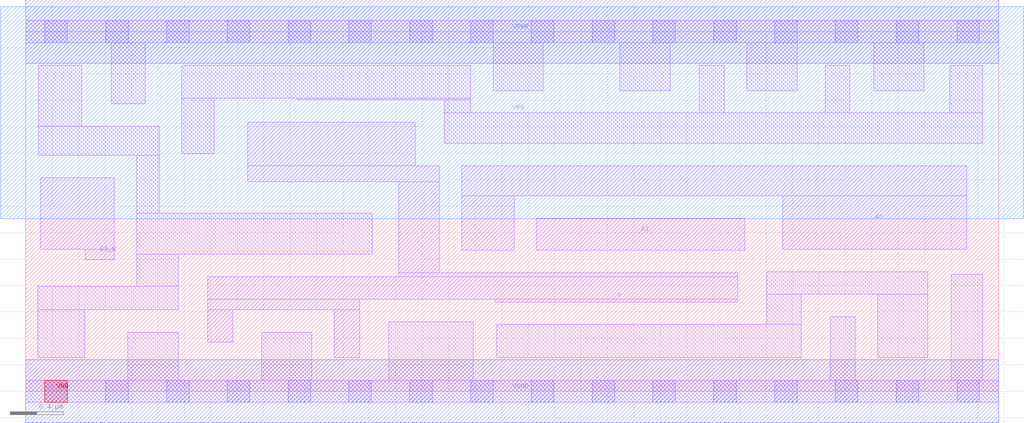
<source format=lef>
# Copyright 2020 The SkyWater PDK Authors
#
# Licensed under the Apache License, Version 2.0 (the "License");
# you may not use this file except in compliance with the License.
# You may obtain a copy of the License at
#
#     https://www.apache.org/licenses/LICENSE-2.0
#
# Unless required by applicable law or agreed to in writing, software
# distributed under the License is distributed on an "AS IS" BASIS,
# WITHOUT WARRANTIES OR CONDITIONS OF ANY KIND, either express or implied.
# See the License for the specific language governing permissions and
# limitations under the License.
#
# SPDX-License-Identifier: Apache-2.0

VERSION 5.7 ;
  NOWIREEXTENSIONATPIN ON ;
  DIVIDERCHAR "/" ;
  BUSBITCHARS "[]" ;
PROPERTYDEFINITIONS
  MACRO maskLayoutSubType STRING ;
  MACRO prCellType STRING ;
  MACRO originalViewName STRING ;
END PROPERTYDEFINITIONS
MACRO sky130_fd_sc_hdll__a21boi_4
  CLASS CORE ;
  FOREIGN sky130_fd_sc_hdll__a21boi_4 ;
  ORIGIN  0.000000  0.000000 ;
  SIZE  7.360000 BY  2.720000 ;
  SYMMETRY X Y R90 ;
  SITE unithd ;
  PIN A1
    ANTENNAGATEAREA  1.110000 ;
    DIRECTION INPUT ;
    USE SIGNAL ;
    PORT
      LAYER li1 ;
        RECT 3.865000 1.065000 5.440000 1.310000 ;
    END
  END A1
  PIN A2
    ANTENNAGATEAREA  1.110000 ;
    DIRECTION INPUT ;
    USE SIGNAL ;
    PORT
      LAYER li1 ;
        RECT 3.300000 1.065000 3.695000 1.480000 ;
        RECT 3.300000 1.480000 7.120000 1.705000 ;
        RECT 5.725000 1.075000 7.120000 1.480000 ;
    END
  END A2
  PIN B1_N
    ANTENNAGATEAREA  0.277500 ;
    DIRECTION INPUT ;
    USE SIGNAL ;
    PORT
      LAYER li1 ;
        RECT 0.115000 1.075000 0.670000 1.615000 ;
        RECT 0.450000 0.995000 0.670000 1.075000 ;
    END
  END B1_N
  PIN VGND
    ANTENNADIFFAREA  1.365000 ;
    DIRECTION INOUT ;
    USE SIGNAL ;
    PORT
      LAYER met1 ;
        RECT 0.000000 -0.240000 7.360000 0.240000 ;
    END
  END VGND
  PIN VPWR
    ANTENNADIFFAREA  1.465000 ;
    DIRECTION INOUT ;
    USE SIGNAL ;
    PORT
      LAYER met1 ;
        RECT 0.000000 2.480000 7.360000 2.960000 ;
    END
  END VPWR
  PIN Y
    ANTENNADIFFAREA  1.490500 ;
    DIRECTION OUTPUT ;
    USE SIGNAL ;
    PORT
      LAYER li1 ;
        RECT 1.375000 0.370000 1.565000 0.615000 ;
        RECT 1.375000 0.615000 2.525000 0.695000 ;
        RECT 1.375000 0.695000 5.385000 0.865000 ;
        RECT 1.680000 1.585000 3.130000 1.705000 ;
        RECT 1.680000 1.705000 2.945000 2.035000 ;
        RECT 2.335000 0.255000 2.525000 0.615000 ;
        RECT 2.820000 0.865000 5.385000 0.895000 ;
        RECT 2.820000 0.895000 3.130000 1.585000 ;
        RECT 3.555000 0.675000 5.385000 0.695000 ;
    END
  END Y
  PIN VNB
    DIRECTION INOUT ;
    USE GROUND ;
    PORT
      LAYER pwell ;
        RECT 0.145000 -0.085000 0.315000 0.085000 ;
    END
  END VNB
  PIN VPB
    DIRECTION INOUT ;
    USE POWER ;
    PORT
      LAYER nwell ;
        RECT -0.190000 1.305000 7.550000 2.910000 ;
    END
  END VPB
  OBS
    LAYER li1 ;
      RECT 0.000000 -0.085000 7.360000 0.085000 ;
      RECT 0.000000  2.635000 7.360000 2.805000 ;
      RECT 0.090000  0.255000 0.445000 0.615000 ;
      RECT 0.090000  0.615000 1.155000 0.795000 ;
      RECT 0.095000  1.785000 1.010000 2.005000 ;
      RECT 0.095000  2.005000 0.425000 2.465000 ;
      RECT 0.645000  2.175000 0.905000 2.635000 ;
      RECT 0.770000  0.085000 1.155000 0.445000 ;
      RECT 0.840000  0.795000 1.155000 1.035000 ;
      RECT 0.840000  1.035000 2.620000 1.345000 ;
      RECT 0.840000  1.345000 1.010000 1.785000 ;
      RECT 1.180000  1.795000 1.425000 2.215000 ;
      RECT 1.180000  2.215000 3.365000 2.465000 ;
      RECT 1.785000  0.085000 2.165000 0.445000 ;
      RECT 2.055000  2.205000 3.365000 2.215000 ;
      RECT 2.745000  0.085000 3.385000 0.525000 ;
      RECT 3.165000  1.875000 7.240000 2.105000 ;
      RECT 3.165000  2.105000 3.365000 2.205000 ;
      RECT 3.535000  2.275000 3.915000 2.635000 ;
      RECT 3.565000  0.255000 5.865000 0.505000 ;
      RECT 4.495000  2.275000 4.875000 2.635000 ;
      RECT 5.095000  2.105000 5.285000 2.465000 ;
      RECT 5.455000  2.275000 5.835000 2.635000 ;
      RECT 5.605000  0.505000 5.865000 0.735000 ;
      RECT 5.605000  0.735000 6.825000 0.905000 ;
      RECT 6.050000  2.105000 6.235000 2.465000 ;
      RECT 6.085000  0.085000 6.275000 0.565000 ;
      RECT 6.415000  2.275000 6.795000 2.635000 ;
      RECT 6.445000  0.255000 6.825000 0.735000 ;
      RECT 6.990000  2.105000 7.240000 2.465000 ;
      RECT 7.000000  0.085000 7.240000 0.885000 ;
    LAYER mcon ;
      RECT 0.145000 -0.085000 0.315000 0.085000 ;
      RECT 0.145000  2.635000 0.315000 2.805000 ;
      RECT 0.605000 -0.085000 0.775000 0.085000 ;
      RECT 0.605000  2.635000 0.775000 2.805000 ;
      RECT 1.065000 -0.085000 1.235000 0.085000 ;
      RECT 1.065000  2.635000 1.235000 2.805000 ;
      RECT 1.525000 -0.085000 1.695000 0.085000 ;
      RECT 1.525000  2.635000 1.695000 2.805000 ;
      RECT 1.985000 -0.085000 2.155000 0.085000 ;
      RECT 1.985000  2.635000 2.155000 2.805000 ;
      RECT 2.445000 -0.085000 2.615000 0.085000 ;
      RECT 2.445000  2.635000 2.615000 2.805000 ;
      RECT 2.905000 -0.085000 3.075000 0.085000 ;
      RECT 2.905000  2.635000 3.075000 2.805000 ;
      RECT 3.365000 -0.085000 3.535000 0.085000 ;
      RECT 3.365000  2.635000 3.535000 2.805000 ;
      RECT 3.825000 -0.085000 3.995000 0.085000 ;
      RECT 3.825000  2.635000 3.995000 2.805000 ;
      RECT 4.285000 -0.085000 4.455000 0.085000 ;
      RECT 4.285000  2.635000 4.455000 2.805000 ;
      RECT 4.745000 -0.085000 4.915000 0.085000 ;
      RECT 4.745000  2.635000 4.915000 2.805000 ;
      RECT 5.205000 -0.085000 5.375000 0.085000 ;
      RECT 5.205000  2.635000 5.375000 2.805000 ;
      RECT 5.665000 -0.085000 5.835000 0.085000 ;
      RECT 5.665000  2.635000 5.835000 2.805000 ;
      RECT 6.125000 -0.085000 6.295000 0.085000 ;
      RECT 6.125000  2.635000 6.295000 2.805000 ;
      RECT 6.585000 -0.085000 6.755000 0.085000 ;
      RECT 6.585000  2.635000 6.755000 2.805000 ;
      RECT 7.045000 -0.085000 7.215000 0.085000 ;
      RECT 7.045000  2.635000 7.215000 2.805000 ;
  END
  PROPERTY maskLayoutSubType "abstract" ;
  PROPERTY prCellType "standard" ;
  PROPERTY originalViewName "layout" ;
END sky130_fd_sc_hdll__a21boi_4
END LIBRARY

</source>
